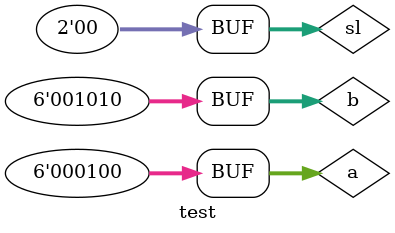
<source format=v>
`timescale 1ns / 1ps


module test;

	// Inputs
	reg [5:0] a;
	reg [5:0] b;
	reg [1:0] sl;

	// Outputs
	wire [6:0] c;

	// Instantiate the Unit Under Test (UUT)
	jiajian uut (
		.a(a), 
		.b(b), 
		.sl(sl), 
		.c(c)
	);

	initial begin
		// Initialize Inputs
		a = 0;
		b = 0;
		sl = 0;

		// Wait 100 ns for global reset to finish
		#100;
		a = 6'b000100;
		b = 6'b001010;
		sl = 00;
        
		// Add stimulus here

	end
      
endmodule


</source>
